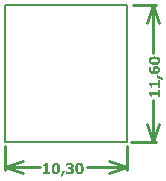
<source format=gm1>
G04*
G04 #@! TF.GenerationSoftware,Altium Limited,Altium Designer,19.1.8 (144)*
G04*
G04 Layer_Color=16711935*
%FSLAX25Y25*%
%MOIN*%
G70*
G01*
G75*
%ADD11C,0.00787*%
%ADD22C,0.01000*%
G36*
X21526Y-6875D02*
X21601D01*
X21691Y-6885D01*
X21786Y-6895D01*
X21881Y-6910D01*
X21971Y-6930D01*
X21981D01*
X22011Y-6940D01*
X22056Y-6955D01*
X22111Y-6970D01*
X22171Y-6995D01*
X22241Y-7020D01*
X22311Y-7055D01*
X22376Y-7090D01*
X22386Y-7095D01*
X22406Y-7110D01*
X22441Y-7135D01*
X22481Y-7170D01*
X22526Y-7210D01*
X22571Y-7260D01*
X22616Y-7315D01*
X22651Y-7380D01*
X22656Y-7390D01*
X22666Y-7410D01*
X22681Y-7445D01*
X22701Y-7495D01*
X22716Y-7555D01*
X22731Y-7620D01*
X22741Y-7695D01*
X22746Y-7775D01*
Y-7780D01*
Y-7790D01*
Y-7805D01*
X22741Y-7825D01*
X22736Y-7885D01*
X22726Y-7960D01*
X22701Y-8045D01*
X22671Y-8135D01*
X22626Y-8225D01*
X22566Y-8315D01*
X22556Y-8325D01*
X22536Y-8350D01*
X22496Y-8390D01*
X22441Y-8440D01*
X22371Y-8490D01*
X22291Y-8540D01*
X22201Y-8580D01*
X22096Y-8615D01*
Y-8650D01*
X22101D01*
X22116Y-8655D01*
X22146Y-8660D01*
X22176Y-8665D01*
X22216Y-8675D01*
X22256Y-8685D01*
X22346Y-8715D01*
X22351D01*
X22366Y-8725D01*
X22391Y-8735D01*
X22421Y-8750D01*
X22461Y-8770D01*
X22501Y-8795D01*
X22541Y-8830D01*
X22586Y-8865D01*
X22591Y-8870D01*
X22606Y-8880D01*
X22626Y-8905D01*
X22651Y-8930D01*
X22676Y-8965D01*
X22711Y-9010D01*
X22736Y-9055D01*
X22766Y-9110D01*
X22771Y-9115D01*
X22776Y-9135D01*
X22791Y-9170D01*
X22806Y-9210D01*
X22816Y-9260D01*
X22831Y-9325D01*
X22836Y-9390D01*
X22841Y-9465D01*
Y-9470D01*
Y-9475D01*
Y-9490D01*
Y-9510D01*
X22836Y-9560D01*
X22831Y-9625D01*
X22816Y-9700D01*
X22801Y-9780D01*
X22776Y-9865D01*
X22741Y-9950D01*
X22736Y-9960D01*
X22721Y-9985D01*
X22701Y-10025D01*
X22666Y-10080D01*
X22626Y-10135D01*
X22576Y-10200D01*
X22516Y-10260D01*
X22451Y-10320D01*
X22441Y-10325D01*
X22416Y-10345D01*
X22376Y-10375D01*
X22326Y-10405D01*
X22256Y-10445D01*
X22181Y-10485D01*
X22096Y-10520D01*
X22001Y-10555D01*
X21996D01*
X21991Y-10560D01*
X21976D01*
X21956Y-10565D01*
X21931Y-10575D01*
X21901Y-10580D01*
X21826Y-10595D01*
X21736Y-10610D01*
X21631Y-10620D01*
X21511Y-10630D01*
X21376Y-10635D01*
X21266D01*
X21226Y-10630D01*
X21176D01*
X21126Y-10625D01*
X21011Y-10620D01*
X20891Y-10605D01*
X20766Y-10590D01*
X20646Y-10565D01*
X20641D01*
X20631Y-10560D01*
X20616D01*
X20596Y-10555D01*
X20541Y-10540D01*
X20471Y-10520D01*
X20396Y-10495D01*
X20316Y-10470D01*
X20236Y-10440D01*
X20161Y-10410D01*
Y-9625D01*
X20246D01*
X20256Y-9630D01*
X20281Y-9645D01*
X20321Y-9670D01*
X20381Y-9700D01*
X20446Y-9735D01*
X20526Y-9775D01*
X20616Y-9815D01*
X20711Y-9850D01*
X20716D01*
X20721Y-9855D01*
X20736Y-9860D01*
X20756Y-9865D01*
X20806Y-9880D01*
X20876Y-9895D01*
X20951Y-9910D01*
X21031Y-9925D01*
X21116Y-9935D01*
X21201Y-9940D01*
X21251D01*
X21286Y-9935D01*
X21331D01*
X21376Y-9930D01*
X21486Y-9920D01*
X21491D01*
X21511Y-9915D01*
X21541Y-9910D01*
X21576Y-9895D01*
X21661Y-9865D01*
X21706Y-9840D01*
X21746Y-9815D01*
X21751Y-9810D01*
X21761Y-9805D01*
X21776Y-9790D01*
X21796Y-9775D01*
X21841Y-9725D01*
X21881Y-9665D01*
Y-9660D01*
X21891Y-9650D01*
X21896Y-9630D01*
X21906Y-9600D01*
X21916Y-9565D01*
X21921Y-9520D01*
X21931Y-9470D01*
Y-9410D01*
Y-9405D01*
Y-9385D01*
X21926Y-9355D01*
X21921Y-9320D01*
X21911Y-9280D01*
X21901Y-9240D01*
X21881Y-9200D01*
X21856Y-9165D01*
X21851Y-9160D01*
X21841Y-9150D01*
X21826Y-9135D01*
X21806Y-9115D01*
X21781Y-9095D01*
X21751Y-9070D01*
X21671Y-9035D01*
X21666D01*
X21651Y-9030D01*
X21626Y-9020D01*
X21591Y-9010D01*
X21551Y-9005D01*
X21506Y-8995D01*
X21451Y-8990D01*
X21391Y-8985D01*
X21331D01*
X21296Y-8980D01*
X20951D01*
Y-8350D01*
X21191D01*
X21236Y-8345D01*
X21286D01*
X21391Y-8340D01*
X21396D01*
X21416Y-8335D01*
X21441D01*
X21471Y-8325D01*
X21551Y-8310D01*
X21626Y-8280D01*
X21631D01*
X21641Y-8270D01*
X21661Y-8260D01*
X21681Y-8245D01*
X21736Y-8210D01*
X21781Y-8155D01*
X21786Y-8150D01*
X21791Y-8140D01*
X21801Y-8120D01*
X21811Y-8095D01*
X21821Y-8060D01*
X21826Y-8020D01*
X21836Y-7975D01*
Y-7925D01*
Y-7920D01*
Y-7905D01*
X21831Y-7890D01*
Y-7865D01*
X21811Y-7805D01*
X21801Y-7775D01*
X21781Y-7750D01*
Y-7745D01*
X21771Y-7740D01*
X21746Y-7710D01*
X21706Y-7675D01*
X21656Y-7640D01*
X21651D01*
X21641Y-7635D01*
X21621Y-7625D01*
X21601Y-7615D01*
X21571Y-7605D01*
X21536Y-7595D01*
X21451Y-7580D01*
X21446D01*
X21431Y-7575D01*
X21411D01*
X21386Y-7570D01*
X21321Y-7565D01*
X21206D01*
X21171Y-7570D01*
X21131Y-7575D01*
X21081Y-7580D01*
X20981Y-7600D01*
X20976D01*
X20956Y-7605D01*
X20931Y-7610D01*
X20896Y-7620D01*
X20856Y-7635D01*
X20811Y-7645D01*
X20716Y-7680D01*
X20711D01*
X20701Y-7685D01*
X20676Y-7695D01*
X20651Y-7705D01*
X20621Y-7720D01*
X20581Y-7740D01*
X20501Y-7780D01*
X20496D01*
X20481Y-7790D01*
X20466Y-7800D01*
X20441Y-7815D01*
X20386Y-7845D01*
X20361Y-7855D01*
X20341Y-7870D01*
X20266D01*
Y-7100D01*
X20276Y-7095D01*
X20301Y-7085D01*
X20341Y-7070D01*
X20396Y-7050D01*
X20471Y-7025D01*
X20556Y-7000D01*
X20656Y-6975D01*
X20766Y-6945D01*
X20771D01*
X20781Y-6940D01*
X20796D01*
X20821Y-6935D01*
X20851Y-6925D01*
X20881Y-6920D01*
X20966Y-6905D01*
X21061Y-6895D01*
X21171Y-6880D01*
X21291Y-6875D01*
X21411Y-6870D01*
X21496D01*
X21526Y-6875D01*
D02*
G37*
G36*
X14141Y-9930D02*
X14886D01*
Y-10560D01*
X12501D01*
Y-9930D01*
X13261D01*
Y-8020D01*
X12501D01*
Y-7430D01*
X12561D01*
X12606Y-7425D01*
X12656D01*
X12711Y-7420D01*
X12831Y-7410D01*
X12836D01*
X12861Y-7405D01*
X12891Y-7400D01*
X12926Y-7395D01*
X13011Y-7370D01*
X13056Y-7355D01*
X13096Y-7340D01*
X13101Y-7335D01*
X13116Y-7330D01*
X13136Y-7315D01*
X13161Y-7300D01*
X13221Y-7250D01*
X13276Y-7185D01*
X13281Y-7180D01*
X13286Y-7165D01*
X13296Y-7145D01*
X13311Y-7115D01*
X13321Y-7080D01*
X13331Y-7035D01*
X13341Y-6990D01*
X13346Y-6935D01*
X14141D01*
Y-9930D01*
D02*
G37*
G36*
X24756Y-6875D02*
X24791D01*
X24886Y-6885D01*
X24986Y-6900D01*
X25096Y-6925D01*
X25206Y-6955D01*
X25306Y-6995D01*
X25311D01*
X25316Y-7000D01*
X25331Y-7010D01*
X25351Y-7020D01*
X25396Y-7045D01*
X25456Y-7085D01*
X25526Y-7140D01*
X25596Y-7200D01*
X25671Y-7275D01*
X25736Y-7360D01*
Y-7365D01*
X25741Y-7370D01*
X25751Y-7385D01*
X25761Y-7405D01*
X25791Y-7455D01*
X25826Y-7525D01*
X25866Y-7610D01*
X25906Y-7710D01*
X25946Y-7825D01*
X25976Y-7950D01*
Y-7955D01*
X25981Y-7965D01*
Y-7985D01*
X25986Y-8010D01*
X25996Y-8045D01*
X26001Y-8085D01*
X26006Y-8130D01*
X26016Y-8180D01*
X26021Y-8240D01*
X26026Y-8300D01*
X26041Y-8435D01*
X26046Y-8590D01*
X26051Y-8755D01*
Y-8760D01*
Y-8775D01*
Y-8800D01*
Y-8835D01*
Y-8875D01*
X26046Y-8920D01*
Y-8975D01*
X26041Y-9030D01*
X26031Y-9160D01*
X26016Y-9295D01*
X25996Y-9440D01*
X25971Y-9575D01*
Y-9580D01*
X25966Y-9590D01*
X25961Y-9610D01*
X25956Y-9635D01*
X25951Y-9665D01*
X25941Y-9700D01*
X25911Y-9780D01*
X25881Y-9870D01*
X25836Y-9970D01*
X25791Y-10065D01*
X25731Y-10160D01*
Y-10165D01*
X25726Y-10170D01*
X25701Y-10200D01*
X25666Y-10240D01*
X25616Y-10290D01*
X25556Y-10350D01*
X25481Y-10410D01*
X25396Y-10465D01*
X25301Y-10515D01*
X25296D01*
X25291Y-10520D01*
X25276Y-10525D01*
X25256Y-10535D01*
X25231Y-10545D01*
X25201Y-10555D01*
X25121Y-10575D01*
X25031Y-10595D01*
X24921Y-10615D01*
X24796Y-10630D01*
X24656Y-10635D01*
X24591D01*
X24561Y-10630D01*
X24521D01*
X24431Y-10620D01*
X24331Y-10605D01*
X24226Y-10585D01*
X24116Y-10555D01*
X24011Y-10515D01*
X24006D01*
X24001Y-10510D01*
X23986Y-10500D01*
X23966Y-10490D01*
X23921Y-10465D01*
X23856Y-10425D01*
X23791Y-10375D01*
X23716Y-10310D01*
X23646Y-10240D01*
X23581Y-10155D01*
Y-10150D01*
X23576Y-10145D01*
X23566Y-10130D01*
X23556Y-10115D01*
X23526Y-10060D01*
X23491Y-9995D01*
X23451Y-9910D01*
X23411Y-9810D01*
X23371Y-9695D01*
X23341Y-9570D01*
Y-9565D01*
X23336Y-9555D01*
Y-9535D01*
X23331Y-9510D01*
X23326Y-9475D01*
X23316Y-9435D01*
X23311Y-9390D01*
X23306Y-9335D01*
X23296Y-9280D01*
X23291Y-9215D01*
X23276Y-9080D01*
X23271Y-8925D01*
X23266Y-8755D01*
Y-8750D01*
Y-8735D01*
Y-8710D01*
Y-8675D01*
Y-8635D01*
X23271Y-8585D01*
Y-8530D01*
X23276Y-8470D01*
X23281Y-8345D01*
X23296Y-8205D01*
X23311Y-8070D01*
X23336Y-7935D01*
Y-7930D01*
X23341Y-7920D01*
X23346Y-7900D01*
X23351Y-7880D01*
X23361Y-7850D01*
X23371Y-7815D01*
X23396Y-7735D01*
X23431Y-7645D01*
X23471Y-7545D01*
X23526Y-7445D01*
X23586Y-7350D01*
Y-7345D01*
X23596Y-7340D01*
X23616Y-7310D01*
X23656Y-7270D01*
X23706Y-7215D01*
X23766Y-7155D01*
X23841Y-7095D01*
X23926Y-7040D01*
X24021Y-6990D01*
X24026D01*
X24031Y-6985D01*
X24046Y-6980D01*
X24066Y-6970D01*
X24096Y-6960D01*
X24126Y-6950D01*
X24201Y-6930D01*
X24291Y-6910D01*
X24401Y-6890D01*
X24521Y-6875D01*
X24656Y-6870D01*
X24721D01*
X24756Y-6875D01*
D02*
G37*
G36*
X16871D02*
X16906D01*
X17001Y-6885D01*
X17101Y-6900D01*
X17211Y-6925D01*
X17321Y-6955D01*
X17421Y-6995D01*
X17426D01*
X17431Y-7000D01*
X17446Y-7010D01*
X17466Y-7020D01*
X17511Y-7045D01*
X17571Y-7085D01*
X17641Y-7140D01*
X17711Y-7200D01*
X17786Y-7275D01*
X17851Y-7360D01*
Y-7365D01*
X17856Y-7370D01*
X17866Y-7385D01*
X17876Y-7405D01*
X17906Y-7455D01*
X17941Y-7525D01*
X17981Y-7610D01*
X18021Y-7710D01*
X18061Y-7825D01*
X18091Y-7950D01*
Y-7955D01*
X18096Y-7965D01*
Y-7985D01*
X18101Y-8010D01*
X18111Y-8045D01*
X18116Y-8085D01*
X18121Y-8130D01*
X18131Y-8180D01*
X18136Y-8240D01*
X18141Y-8300D01*
X18156Y-8435D01*
X18161Y-8590D01*
X18166Y-8755D01*
Y-8760D01*
Y-8775D01*
Y-8800D01*
Y-8835D01*
Y-8875D01*
X18161Y-8920D01*
Y-8975D01*
X18156Y-9030D01*
X18146Y-9160D01*
X18131Y-9295D01*
X18111Y-9440D01*
X18086Y-9575D01*
Y-9580D01*
X18081Y-9590D01*
X18076Y-9610D01*
X18071Y-9635D01*
X18066Y-9665D01*
X18056Y-9700D01*
X18026Y-9780D01*
X17996Y-9870D01*
X17951Y-9970D01*
X17906Y-10065D01*
X17846Y-10160D01*
Y-10165D01*
X17841Y-10170D01*
X17816Y-10200D01*
X17781Y-10240D01*
X17731Y-10290D01*
X17671Y-10350D01*
X17596Y-10410D01*
X17511Y-10465D01*
X17416Y-10515D01*
X17411D01*
X17406Y-10520D01*
X17391Y-10525D01*
X17371Y-10535D01*
X17346Y-10545D01*
X17316Y-10555D01*
X17236Y-10575D01*
X17146Y-10595D01*
X17036Y-10615D01*
X16911Y-10630D01*
X16771Y-10635D01*
X16706D01*
X16676Y-10630D01*
X16636D01*
X16546Y-10620D01*
X16446Y-10605D01*
X16341Y-10585D01*
X16231Y-10555D01*
X16126Y-10515D01*
X16121D01*
X16116Y-10510D01*
X16101Y-10500D01*
X16081Y-10490D01*
X16036Y-10465D01*
X15971Y-10425D01*
X15906Y-10375D01*
X15831Y-10310D01*
X15761Y-10240D01*
X15696Y-10155D01*
Y-10150D01*
X15691Y-10145D01*
X15681Y-10130D01*
X15671Y-10115D01*
X15641Y-10060D01*
X15606Y-9995D01*
X15566Y-9910D01*
X15526Y-9810D01*
X15486Y-9695D01*
X15456Y-9570D01*
Y-9565D01*
X15451Y-9555D01*
Y-9535D01*
X15446Y-9510D01*
X15441Y-9475D01*
X15431Y-9435D01*
X15426Y-9390D01*
X15421Y-9335D01*
X15411Y-9280D01*
X15406Y-9215D01*
X15391Y-9080D01*
X15386Y-8925D01*
X15381Y-8755D01*
Y-8750D01*
Y-8735D01*
Y-8710D01*
Y-8675D01*
Y-8635D01*
X15386Y-8585D01*
Y-8530D01*
X15391Y-8470D01*
X15396Y-8345D01*
X15411Y-8205D01*
X15426Y-8070D01*
X15451Y-7935D01*
Y-7930D01*
X15456Y-7920D01*
X15461Y-7900D01*
X15466Y-7880D01*
X15476Y-7850D01*
X15486Y-7815D01*
X15511Y-7735D01*
X15546Y-7645D01*
X15586Y-7545D01*
X15641Y-7445D01*
X15701Y-7350D01*
Y-7345D01*
X15711Y-7340D01*
X15731Y-7310D01*
X15771Y-7270D01*
X15821Y-7215D01*
X15881Y-7155D01*
X15956Y-7095D01*
X16041Y-7040D01*
X16136Y-6990D01*
X16141D01*
X16146Y-6985D01*
X16161Y-6980D01*
X16181Y-6970D01*
X16211Y-6960D01*
X16241Y-6950D01*
X16316Y-6930D01*
X16406Y-6910D01*
X16516Y-6890D01*
X16636Y-6875D01*
X16771Y-6870D01*
X16836D01*
X16871Y-6875D01*
D02*
G37*
G36*
X18861Y-11455D02*
X18346D01*
X18821Y-9605D01*
X19711D01*
X18861Y-11455D01*
D02*
G37*
G36*
X49865Y28605D02*
X49920D01*
X49975Y28600D01*
X50105Y28590D01*
X50240Y28575D01*
X50385Y28555D01*
X50520Y28530D01*
X50525D01*
X50535Y28525D01*
X50555Y28520D01*
X50580Y28515D01*
X50610Y28510D01*
X50645Y28500D01*
X50725Y28470D01*
X50815Y28440D01*
X50915Y28395D01*
X51010Y28350D01*
X51105Y28290D01*
X51110D01*
X51115Y28285D01*
X51145Y28260D01*
X51185Y28225D01*
X51235Y28175D01*
X51295Y28115D01*
X51355Y28040D01*
X51410Y27955D01*
X51460Y27860D01*
Y27855D01*
X51465Y27850D01*
X51470Y27835D01*
X51480Y27815D01*
X51490Y27790D01*
X51500Y27760D01*
X51520Y27680D01*
X51540Y27590D01*
X51560Y27480D01*
X51575Y27355D01*
X51580Y27215D01*
Y27150D01*
X51575Y27120D01*
Y27080D01*
X51565Y26990D01*
X51550Y26890D01*
X51530Y26785D01*
X51500Y26675D01*
X51460Y26570D01*
Y26565D01*
X51455Y26560D01*
X51445Y26545D01*
X51435Y26525D01*
X51410Y26480D01*
X51370Y26415D01*
X51320Y26350D01*
X51255Y26275D01*
X51185Y26205D01*
X51100Y26140D01*
X51095D01*
X51090Y26135D01*
X51075Y26125D01*
X51060Y26115D01*
X51005Y26085D01*
X50940Y26050D01*
X50855Y26010D01*
X50755Y25970D01*
X50640Y25930D01*
X50515Y25900D01*
X50510D01*
X50500Y25895D01*
X50480D01*
X50455Y25890D01*
X50420Y25885D01*
X50380Y25875D01*
X50335Y25870D01*
X50280Y25865D01*
X50225Y25855D01*
X50160Y25850D01*
X50025Y25835D01*
X49870Y25830D01*
X49700Y25825D01*
X49695D01*
X49680D01*
X49655D01*
X49620D01*
X49580D01*
X49530Y25830D01*
X49475D01*
X49415Y25835D01*
X49290Y25840D01*
X49150Y25855D01*
X49015Y25870D01*
X48880Y25895D01*
X48875D01*
X48865Y25900D01*
X48845Y25905D01*
X48825Y25910D01*
X48795Y25920D01*
X48760Y25930D01*
X48680Y25955D01*
X48590Y25990D01*
X48490Y26030D01*
X48390Y26085D01*
X48295Y26145D01*
X48290D01*
X48285Y26155D01*
X48255Y26175D01*
X48215Y26215D01*
X48160Y26265D01*
X48100Y26325D01*
X48040Y26400D01*
X47985Y26485D01*
X47935Y26580D01*
Y26585D01*
X47930Y26590D01*
X47925Y26605D01*
X47915Y26625D01*
X47905Y26655D01*
X47895Y26685D01*
X47875Y26760D01*
X47855Y26850D01*
X47835Y26960D01*
X47820Y27080D01*
X47815Y27215D01*
Y27280D01*
X47820Y27315D01*
Y27350D01*
X47830Y27445D01*
X47845Y27545D01*
X47870Y27655D01*
X47900Y27765D01*
X47940Y27865D01*
Y27870D01*
X47945Y27875D01*
X47955Y27890D01*
X47965Y27910D01*
X47990Y27955D01*
X48030Y28015D01*
X48085Y28085D01*
X48145Y28155D01*
X48220Y28230D01*
X48305Y28295D01*
X48310D01*
X48315Y28300D01*
X48330Y28310D01*
X48350Y28320D01*
X48400Y28350D01*
X48470Y28385D01*
X48555Y28425D01*
X48655Y28465D01*
X48770Y28505D01*
X48895Y28535D01*
X48900D01*
X48910Y28540D01*
X48930D01*
X48955Y28545D01*
X48990Y28555D01*
X49030Y28560D01*
X49075Y28565D01*
X49125Y28575D01*
X49185Y28580D01*
X49245Y28585D01*
X49380Y28600D01*
X49535Y28605D01*
X49700Y28610D01*
X49705D01*
X49720D01*
X49745D01*
X49780D01*
X49820D01*
X49865Y28605D01*
D02*
G37*
G36*
X50375Y25465D02*
X50425Y25460D01*
X50480Y25450D01*
X50540Y25440D01*
X50610Y25425D01*
X50685Y25405D01*
X50760Y25380D01*
X50835Y25350D01*
X50915Y25315D01*
X50995Y25275D01*
X51070Y25225D01*
X51145Y25170D01*
X51215Y25105D01*
X51220Y25100D01*
X51230Y25090D01*
X51250Y25070D01*
X51270Y25040D01*
X51300Y25000D01*
X51330Y24960D01*
X51365Y24905D01*
X51395Y24845D01*
X51430Y24780D01*
X51465Y24705D01*
X51495Y24625D01*
X51525Y24535D01*
X51545Y24440D01*
X51565Y24340D01*
X51575Y24230D01*
X51580Y24115D01*
Y24060D01*
X51575Y24035D01*
Y24000D01*
X51570Y23925D01*
X51560Y23840D01*
X51540Y23745D01*
X51520Y23645D01*
X51490Y23550D01*
Y23545D01*
X51485Y23540D01*
X51475Y23510D01*
X51450Y23465D01*
X51425Y23405D01*
X51385Y23340D01*
X51340Y23270D01*
X51285Y23200D01*
X51225Y23130D01*
X51215Y23120D01*
X51185Y23095D01*
X51140Y23060D01*
X51080Y23015D01*
X51000Y22965D01*
X50910Y22910D01*
X50805Y22860D01*
X50685Y22815D01*
X50680D01*
X50670Y22810D01*
X50650Y22805D01*
X50625Y22800D01*
X50595Y22790D01*
X50555Y22780D01*
X50510Y22770D01*
X50460Y22765D01*
X50405Y22755D01*
X50345Y22745D01*
X50210Y22725D01*
X50060Y22715D01*
X49895Y22710D01*
X49890D01*
X49875D01*
X49850D01*
X49815D01*
X49775Y22715D01*
X49725D01*
X49670Y22720D01*
X49610Y22725D01*
X49480Y22735D01*
X49340Y22750D01*
X49195Y22775D01*
X49055Y22810D01*
X49050D01*
X49040Y22815D01*
X49020Y22820D01*
X48995Y22830D01*
X48960Y22840D01*
X48925Y22855D01*
X48835Y22890D01*
X48730Y22935D01*
X48620Y22990D01*
X48510Y23060D01*
X48400Y23140D01*
X48395Y23145D01*
X48390Y23150D01*
X48375Y23165D01*
X48355Y23180D01*
X48305Y23230D01*
X48245Y23295D01*
X48180Y23380D01*
X48110Y23480D01*
X48040Y23595D01*
X47980Y23720D01*
Y23725D01*
X47975Y23735D01*
X47965Y23755D01*
X47955Y23785D01*
X47945Y23815D01*
X47930Y23860D01*
X47915Y23905D01*
X47900Y23960D01*
X47890Y24020D01*
X47875Y24080D01*
X47860Y24150D01*
X47850Y24225D01*
X47830Y24390D01*
X47825Y24565D01*
Y24630D01*
X47830Y24675D01*
Y24730D01*
X47835Y24785D01*
X47850Y24915D01*
Y24925D01*
X47855Y24945D01*
X47860Y24975D01*
X47865Y25015D01*
X47875Y25095D01*
X47885Y25135D01*
X47890Y25165D01*
X48595D01*
Y25090D01*
X48590Y25085D01*
X48585Y25070D01*
X48575Y25045D01*
X48565Y25020D01*
X48555Y24985D01*
X48540Y24940D01*
X48525Y24890D01*
Y24885D01*
X48520Y24865D01*
X48510Y24835D01*
X48505Y24795D01*
X48495Y24745D01*
X48490Y24690D01*
X48485Y24625D01*
Y24515D01*
X48490Y24485D01*
Y24450D01*
X48495Y24410D01*
X48515Y24315D01*
X48540Y24210D01*
X48580Y24100D01*
X48635Y23995D01*
X48670Y23945D01*
X48710Y23900D01*
X48720Y23890D01*
X48735Y23880D01*
X48750Y23865D01*
X48775Y23845D01*
X48805Y23825D01*
X48875Y23780D01*
X48965Y23730D01*
X49075Y23685D01*
X49205Y23645D01*
X49350Y23615D01*
X49345Y23625D01*
X49330Y23645D01*
X49310Y23680D01*
X49285Y23730D01*
X49260Y23780D01*
X49225Y23845D01*
X49170Y23975D01*
X49165Y23985D01*
X49160Y24010D01*
X49150Y24045D01*
X49135Y24095D01*
X49120Y24160D01*
X49110Y24230D01*
X49105Y24305D01*
X49100Y24390D01*
Y24425D01*
X49105Y24460D01*
Y24510D01*
X49115Y24565D01*
X49125Y24625D01*
X49135Y24690D01*
X49155Y24755D01*
Y24765D01*
X49165Y24785D01*
X49175Y24815D01*
X49190Y24855D01*
X49215Y24905D01*
X49240Y24955D01*
X49305Y25060D01*
X49310Y25070D01*
X49330Y25090D01*
X49365Y25125D01*
X49405Y25165D01*
X49460Y25215D01*
X49525Y25265D01*
X49600Y25310D01*
X49685Y25355D01*
X49690D01*
X49695Y25360D01*
X49710Y25365D01*
X49725Y25375D01*
X49775Y25390D01*
X49845Y25415D01*
X49930Y25435D01*
X50035Y25450D01*
X50150Y25465D01*
X50280Y25470D01*
X50285D01*
X50305D01*
X50335D01*
X50375Y25465D01*
D02*
G37*
G36*
X52400Y21420D02*
Y20905D01*
X50550Y21380D01*
Y22270D01*
X52400Y21420D01*
D02*
G37*
G36*
X51505Y18225D02*
X50875D01*
Y18985D01*
X48965D01*
Y18225D01*
X48375D01*
Y18285D01*
X48370Y18330D01*
Y18380D01*
X48365Y18435D01*
X48355Y18555D01*
Y18560D01*
X48350Y18585D01*
X48345Y18615D01*
X48340Y18650D01*
X48315Y18735D01*
X48300Y18780D01*
X48285Y18820D01*
X48280Y18825D01*
X48275Y18840D01*
X48260Y18860D01*
X48245Y18885D01*
X48195Y18945D01*
X48130Y19000D01*
X48125Y19005D01*
X48110Y19010D01*
X48090Y19020D01*
X48060Y19035D01*
X48025Y19045D01*
X47980Y19055D01*
X47935Y19065D01*
X47880Y19070D01*
Y19865D01*
X50875D01*
Y20610D01*
X51505D01*
Y18225D01*
D02*
G37*
G36*
Y15060D02*
X50875D01*
Y15820D01*
X48965D01*
Y15060D01*
X48375D01*
Y15120D01*
X48370Y15165D01*
Y15215D01*
X48365Y15270D01*
X48355Y15390D01*
Y15395D01*
X48350Y15420D01*
X48345Y15450D01*
X48340Y15485D01*
X48315Y15570D01*
X48300Y15615D01*
X48285Y15655D01*
X48280Y15660D01*
X48275Y15675D01*
X48260Y15695D01*
X48245Y15720D01*
X48195Y15780D01*
X48130Y15835D01*
X48125Y15840D01*
X48110Y15845D01*
X48090Y15855D01*
X48060Y15870D01*
X48025Y15880D01*
X47980Y15890D01*
X47935Y15900D01*
X47880Y15905D01*
Y16700D01*
X50875D01*
Y17445D01*
X51505D01*
Y15060D01*
D02*
G37*
%LPC*%
G36*
X24656Y-7535D02*
X24646D01*
X24616Y-7540D01*
X24566Y-7550D01*
X24511Y-7570D01*
X24451Y-7600D01*
X24391Y-7650D01*
X24361Y-7680D01*
X24336Y-7720D01*
X24306Y-7760D01*
X24286Y-7810D01*
Y-7815D01*
X24281Y-7825D01*
X24276Y-7840D01*
X24271Y-7865D01*
X24261Y-7895D01*
X24251Y-7930D01*
X24241Y-7975D01*
X24231Y-8030D01*
X24221Y-8090D01*
X24211Y-8160D01*
X24201Y-8235D01*
X24191Y-8320D01*
X24186Y-8415D01*
X24181Y-8520D01*
X24176Y-8635D01*
Y-8755D01*
Y-8760D01*
Y-8785D01*
Y-8820D01*
Y-8865D01*
X24181Y-8915D01*
Y-8980D01*
X24186Y-9050D01*
X24191Y-9120D01*
X24201Y-9275D01*
X24221Y-9430D01*
X24236Y-9505D01*
X24251Y-9575D01*
X24266Y-9640D01*
X24286Y-9695D01*
Y-9700D01*
X24291Y-9705D01*
X24306Y-9740D01*
X24336Y-9780D01*
X24376Y-9830D01*
X24426Y-9885D01*
X24491Y-9925D01*
X24566Y-9960D01*
X24611Y-9965D01*
X24656Y-9970D01*
X24666D01*
X24701Y-9965D01*
X24746Y-9955D01*
X24801Y-9935D01*
X24861Y-9905D01*
X24921Y-9855D01*
X24951Y-9820D01*
X24981Y-9785D01*
X25006Y-9745D01*
X25026Y-9695D01*
Y-9690D01*
X25031Y-9680D01*
X25036Y-9665D01*
X25046Y-9640D01*
X25051Y-9610D01*
X25061Y-9575D01*
X25071Y-9525D01*
X25086Y-9475D01*
X25096Y-9415D01*
X25106Y-9345D01*
X25116Y-9270D01*
X25121Y-9180D01*
X25131Y-9090D01*
X25136Y-8985D01*
X25141Y-8875D01*
Y-8755D01*
Y-8745D01*
Y-8725D01*
Y-8690D01*
Y-8645D01*
X25136Y-8590D01*
Y-8525D01*
X25131Y-8460D01*
X25126Y-8385D01*
X25111Y-8225D01*
X25091Y-8070D01*
X25081Y-7995D01*
X25066Y-7930D01*
X25046Y-7865D01*
X25026Y-7810D01*
Y-7805D01*
X25021Y-7800D01*
X25006Y-7765D01*
X24976Y-7725D01*
X24941Y-7670D01*
X24886Y-7620D01*
X24826Y-7580D01*
X24746Y-7545D01*
X24701Y-7540D01*
X24656Y-7535D01*
D02*
G37*
G36*
X16771D02*
X16761D01*
X16731Y-7540D01*
X16681Y-7550D01*
X16626Y-7570D01*
X16566Y-7600D01*
X16506Y-7650D01*
X16476Y-7680D01*
X16451Y-7720D01*
X16421Y-7760D01*
X16401Y-7810D01*
Y-7815D01*
X16396Y-7825D01*
X16391Y-7840D01*
X16386Y-7865D01*
X16376Y-7895D01*
X16366Y-7930D01*
X16356Y-7975D01*
X16346Y-8030D01*
X16336Y-8090D01*
X16326Y-8160D01*
X16316Y-8235D01*
X16306Y-8320D01*
X16301Y-8415D01*
X16296Y-8520D01*
X16291Y-8635D01*
Y-8755D01*
Y-8760D01*
Y-8785D01*
Y-8820D01*
Y-8865D01*
X16296Y-8915D01*
Y-8980D01*
X16301Y-9050D01*
X16306Y-9120D01*
X16316Y-9275D01*
X16336Y-9430D01*
X16351Y-9505D01*
X16366Y-9575D01*
X16381Y-9640D01*
X16401Y-9695D01*
Y-9700D01*
X16406Y-9705D01*
X16421Y-9740D01*
X16451Y-9780D01*
X16491Y-9830D01*
X16541Y-9885D01*
X16606Y-9925D01*
X16681Y-9960D01*
X16726Y-9965D01*
X16771Y-9970D01*
X16781D01*
X16816Y-9965D01*
X16861Y-9955D01*
X16916Y-9935D01*
X16976Y-9905D01*
X17036Y-9855D01*
X17066Y-9820D01*
X17096Y-9785D01*
X17121Y-9745D01*
X17141Y-9695D01*
Y-9690D01*
X17146Y-9680D01*
X17151Y-9665D01*
X17161Y-9640D01*
X17166Y-9610D01*
X17176Y-9575D01*
X17186Y-9525D01*
X17201Y-9475D01*
X17211Y-9415D01*
X17221Y-9345D01*
X17231Y-9270D01*
X17236Y-9180D01*
X17246Y-9090D01*
X17251Y-8985D01*
X17256Y-8875D01*
Y-8755D01*
Y-8745D01*
Y-8725D01*
Y-8690D01*
Y-8645D01*
X17251Y-8590D01*
Y-8525D01*
X17246Y-8460D01*
X17241Y-8385D01*
X17226Y-8225D01*
X17206Y-8070D01*
X17196Y-7995D01*
X17181Y-7930D01*
X17161Y-7865D01*
X17141Y-7810D01*
Y-7805D01*
X17136Y-7800D01*
X17121Y-7765D01*
X17091Y-7725D01*
X17056Y-7670D01*
X17001Y-7620D01*
X16941Y-7580D01*
X16861Y-7545D01*
X16816Y-7540D01*
X16771Y-7535D01*
D02*
G37*
G36*
X49820Y27700D02*
X49700D01*
X49690D01*
X49670D01*
X49635D01*
X49590D01*
X49535Y27695D01*
X49470D01*
X49405Y27690D01*
X49330Y27685D01*
X49170Y27670D01*
X49015Y27650D01*
X48940Y27640D01*
X48875Y27625D01*
X48810Y27605D01*
X48755Y27585D01*
X48750D01*
X48745Y27580D01*
X48710Y27565D01*
X48670Y27535D01*
X48615Y27500D01*
X48565Y27445D01*
X48525Y27385D01*
X48490Y27305D01*
X48485Y27260D01*
X48480Y27215D01*
Y27205D01*
X48485Y27175D01*
X48495Y27125D01*
X48515Y27070D01*
X48545Y27010D01*
X48595Y26950D01*
X48625Y26920D01*
X48665Y26895D01*
X48705Y26865D01*
X48755Y26845D01*
X48760D01*
X48770Y26840D01*
X48785Y26835D01*
X48810Y26830D01*
X48840Y26820D01*
X48875Y26810D01*
X48920Y26800D01*
X48975Y26790D01*
X49035Y26780D01*
X49105Y26770D01*
X49180Y26760D01*
X49265Y26750D01*
X49360Y26745D01*
X49465Y26740D01*
X49580Y26735D01*
X49700D01*
X49705D01*
X49730D01*
X49765D01*
X49810D01*
X49860Y26740D01*
X49925D01*
X49995Y26745D01*
X50065Y26750D01*
X50220Y26760D01*
X50375Y26780D01*
X50450Y26795D01*
X50520Y26810D01*
X50585Y26825D01*
X50640Y26845D01*
X50645D01*
X50650Y26850D01*
X50685Y26865D01*
X50725Y26895D01*
X50775Y26935D01*
X50830Y26985D01*
X50870Y27050D01*
X50905Y27125D01*
X50910Y27170D01*
X50915Y27215D01*
Y27225D01*
X50910Y27260D01*
X50900Y27305D01*
X50880Y27360D01*
X50850Y27420D01*
X50800Y27480D01*
X50765Y27510D01*
X50730Y27540D01*
X50690Y27565D01*
X50640Y27585D01*
X50635D01*
X50625Y27590D01*
X50610Y27595D01*
X50585Y27605D01*
X50555Y27610D01*
X50520Y27620D01*
X50470Y27630D01*
X50420Y27645D01*
X50360Y27655D01*
X50290Y27665D01*
X50215Y27675D01*
X50125Y27680D01*
X50035Y27690D01*
X49930Y27695D01*
X49820Y27700D01*
D02*
G37*
G36*
X50395Y24560D02*
X50320D01*
X50310D01*
X50290D01*
X50260D01*
X50220Y24555D01*
X50175Y24550D01*
X50125Y24540D01*
X50080Y24530D01*
X50035Y24515D01*
X50030D01*
X50015Y24505D01*
X49995Y24495D01*
X49970Y24485D01*
X49910Y24445D01*
X49850Y24390D01*
X49845Y24385D01*
X49840Y24375D01*
X49830Y24360D01*
X49815Y24340D01*
X49785Y24280D01*
X49760Y24210D01*
Y24205D01*
X49755Y24195D01*
X49750Y24170D01*
X49745Y24145D01*
X49740Y24115D01*
X49735Y24075D01*
X49730Y23995D01*
Y23960D01*
X49735Y23935D01*
X49740Y23875D01*
X49755Y23800D01*
Y23795D01*
X49760Y23785D01*
X49765Y23765D01*
X49770Y23740D01*
X49790Y23680D01*
X49815Y23610D01*
X49820D01*
X49835D01*
X49860D01*
X49900D01*
X49910D01*
X49940D01*
X49980D01*
X50040D01*
X50045D01*
X50055D01*
X50070D01*
X50090D01*
X50150Y23615D01*
X50220D01*
X50300Y23620D01*
X50380Y23630D01*
X50465Y23645D01*
X50540Y23660D01*
X50550Y23665D01*
X50570Y23670D01*
X50605Y23680D01*
X50645Y23700D01*
X50735Y23740D01*
X50780Y23770D01*
X50820Y23800D01*
X50825Y23805D01*
X50835Y23810D01*
X50865Y23840D01*
X50900Y23885D01*
X50935Y23940D01*
Y23945D01*
X50940Y23955D01*
X50945Y23970D01*
X50950Y23995D01*
X50960Y24050D01*
X50965Y24115D01*
Y24140D01*
X50960Y24160D01*
X50950Y24210D01*
X50930Y24270D01*
Y24275D01*
X50925Y24285D01*
X50915Y24300D01*
X50905Y24320D01*
X50870Y24365D01*
X50820Y24415D01*
X50815Y24420D01*
X50805Y24425D01*
X50790Y24440D01*
X50765Y24455D01*
X50705Y24490D01*
X50635Y24520D01*
X50630D01*
X50615Y24525D01*
X50590Y24535D01*
X50555Y24540D01*
X50510Y24550D01*
X50460Y24555D01*
X50395Y24560D01*
D02*
G37*
%LPD*%
D11*
X40551Y0D02*
Y45669D01*
X0D02*
X40551D01*
X0Y0D02*
X40551D01*
X0D02*
Y45669D01*
D22*
Y-8268D02*
X6000Y-6268D01*
X0Y-8268D02*
X6000Y-10268D01*
X34551D02*
X40551Y-8268D01*
X34551Y-6268D02*
X40551Y-8268D01*
X0D02*
X11501D01*
X27051D02*
X40551D01*
X0Y-9268D02*
Y-1394D01*
X40551Y-9268D02*
Y-1394D01*
X49213Y45669D02*
X51213Y39669D01*
X47213D02*
X49213Y45669D01*
X47213Y6000D02*
X49213Y0D01*
X51213Y6000D01*
X49213Y29610D02*
Y45669D01*
Y0D02*
Y14060D01*
X42520Y45669D02*
X50213D01*
X41945Y0D02*
X50213D01*
M02*

</source>
